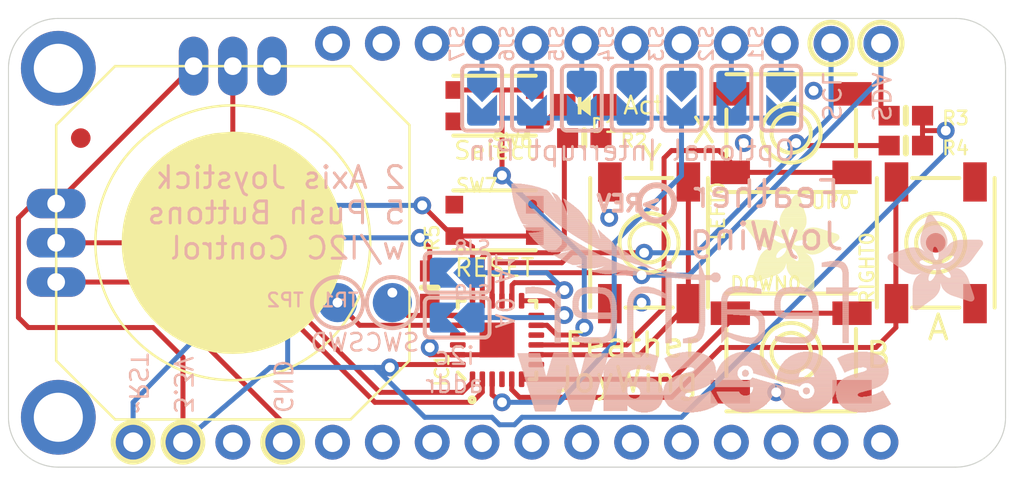
<source format=kicad_pcb>
(kicad_pcb (version 20211014) (generator pcbnew)
  (layers (0 "F.Cu" signal) (1 "In1.Cu" signal) (2 "In2.Cu" signal) (3 "In3.Cu" signal) (4 "In4.Cu" signal) (5 "In5.Cu" signal) (6 "In6.Cu" signal) (7 "In7.Cu" signal) (8 "In8.Cu" signal) (9 "In9.Cu" signal) (10 "In10.Cu" signal) (11 "In11.Cu" signal) (12 "In12.Cu" signal) (13 "In13.Cu" signal) (14 "In14.Cu" signal) (31 "B.Cu" signal) (34 "B.Paste" user) (35 "F.Paste" user) (36 "B.SilkS" user "B.Silkscreen") (37 "F.SilkS" user "F.Silkscreen") (38 "B.Mask" user) (39 "F.Mask" user) (44 "Edge.Cuts" user))
  (net 0 "")
  (net 1 "GND")
  (net 2 "3.3V")
  (net 3 "SWDIO")
  (net 4 "SWCLK")
  (net 5 "~{RESET}")
  (net 6 "PA02_A0")
  (net 7 "PA03_A1")
  (net 8 "PA04_A2")
  (net 9 "PA05_A3")
  (net 10 "PA06_A4")
  (net 11 "PA07_A5")
  (net 12 "PA09_XOSC")
  (net 13 "PA10_A18")
  (net 14 "PA11_A19")
  (net 15 "PA14")
  (net 16 "PA15")
  (net 17 "PA16_D16")
  (net 18 "PA17_D17")
  (net 19 "PA22_SDA")
  (net 20 "PA23_SCL")
  (net 21 "PA24_D-")
  (net 22 "PA25_D+")
  (net 23 "PA08_XOSC")
  (net 24 "N$1")
  (net 25 "N$2")
  (net 26 "N$3")
  (net 27 "N$4")
  (net 28 "N$6")
  (net 29 "N$7")
  (net 30 "N$8")
  (net 31 "N$5")
  (net 32 "N$9")
  (footprint "boardEagle:QFN24_4MM" (layer "F.Cu") (at 147.9931 109.9566 90)
    (fp_text reference "IC1" (at -2.45 -2.8 90) (layer "F.SilkS") (effects (font (size 0.692831 0.692831) (thickness 0.119969)) (justify left)))
    (fp_text value "ATSAMD09D14A-MU")
    (pad "1" smd roundrect (at -2 -1.25 270) (size 0.8 0.28) (layers "F.Cu" "F.Paste" "F.Mask") (net 6 "PA02_A0"))
    (pad "2" smd roundrect (at -2 -0.75 270) (size 0.8 0.28) (layers "F.Cu" "F.Paste" "F.Mask") (net 7 "PA03_A1"))
    (pad "3" smd roundrect (at -2 -0.25 270) (size 0.8 0.28) (layers "F.Cu" "F.Paste" "F.Mask") (net 8 "PA04_A2"))
    (pad "4" smd roundrect (at -2 0.25 270) (size 0.8 0.28) (layers "F.Cu" "F.Paste" "F.Mask") (net 9 "PA05_A3"))
    (pad "5" smd roundrect (at -2 0.75 270) (size 0.8 0.28) (layers "F.Cu" "F.Paste" "F.Mask") (net 10 "PA06_A4"))
    (pad "6" smd roundrect (at -2 1.25 270) (size 0.8 0.28) (layers "F.Cu" "F.Paste" "F.Mask") (net 11 "PA07_A5"))
    (pad "7" smd roundrect (at -1.25 2 180) (size 0.8 0.28) (layers "F.Cu" "F.Paste" "F.Mask") (net 23 "PA08_XOSC"))
    (pad "8" smd roundrect (at -0.75 2 180) (size 0.8 0.28) (layers "F.Cu" "F.Paste" "F.Mask") (net 12 "PA09_XOSC"))
    (pad "9" smd roundrect (at -0.25 2 180) (size 0.8 0.28) (layers "F.Cu" "F.Paste" "F.Mask") (net 13 "PA10_A18"))
    (pad "10" smd roundrect (at 0.25 2 180) (size 0.8 0.28) (layers "F.Cu" "F.Paste" "F.Mask") (net 14 "PA11_A19"))
    (pad "11" smd roundrect (at 0.75 2 180) (size 0.8 0.28) (layers "F.Cu" "F.Paste" "F.Mask") (net 15 "PA14"))
    (pad "12" smd roundrect (at 1.25 2 180) (size 0.8 0.28) (layers "F.Cu" "F.Paste" "F.Mask") (net 16 "PA15"))
    (pad "13" smd roundrect (at 2 1.25 90) (size 0.8 0.28) (layers "F.Cu" "F.Paste" "F.Mask") (net 17 "PA16_D16"))
    (pad "14" smd roundrect (at 2 0.75 90) (size 0.8 0.28) (layers "F.Cu" "F.Paste" "F.Mask") (net 18 "PA17_D17"))
    (pad "15" smd roundrect (at 2 0.25 90) (size 0.8 0.28) (layers "F.Cu" "F.Paste" "F.Mask") (net 19 "PA22_SDA"))
    (pad "16" smd roundrect (at 2 -0.25 90) (size 0.8 0.28) (layers "F.Cu" "F.Paste" "F.Mask") (net 20 "PA23_SCL"))
    (pad "17" smd roundrect (at 2 -0.75 90) (size 0.8 0.28) (layers "F.Cu" "F.Paste" "F.Mask") (net 31 "N$5"))
    (pad "18" smd roundrect (at 2 -1.25 90) (size 0.8 0.28) (layers "F.Cu" "F.Paste" "F.Mask") (net 5 "~{RESET}"))
    (pad "19" smd roundrect (at 1.25 -2) (size 0.8 0.28) (layers "F.Cu" "F.Paste" "F.Mask") (net 4 "SWCLK"))
    (pad "20" smd roundrect (at 0.75 -2) (size 0.8 0.28) (layers "F.Cu" "F.Paste" "F.Mask") (net 3 "SWDIO"))
    (pad "21" smd roundrect (at 0.25 -2) (size 0.8 0.28) (layers "F.Cu" "F.Paste" "F.Mask") (net 21 "PA24_D-"))
    (pad "22" smd roundrect (at -0.25 -2) (size 0.8 0.28) (layers "F.Cu" "F.Paste" "F.Mask") (net 22 "PA25_D+"))
    (pad "23" smd roundrect (at -0.75 -2) (size 0.8 0.28) (layers "F.Cu" "F.Paste" "F.Mask") (net 1 "GND"))
    (pad "24" smd roundrect (at -1.25 -2) (size 0.8 0.28) (layers "F.Cu" "F.Paste" "F.Mask") (net 2 "3.3V"))
    (pad "THERM" smd rect (at 0 0 90) (size 1.778 1.778) (layers "F.Cu" "F.Mask") (net 1 "GND"))
  )
  (footprint "boardEagle:BTN_KMR2_4.6X2.8" (layer "F.Cu") (at 147.8661 98.0186 180)
    (fp_text reference "SW6" (at -2.032 -1.778) (layer "F.SilkS") (effects (font (size 0.692831 0.692831) (thickness 0.119969)) (justify right)))
    (fp_text value "KMR2")
    (pad "A" smd rect (at 2.05 -0.8 180) (size 0.9 0.9) (layers "F.Cu" "F.Paste" "F.Mask") (net 1 "GND"))
    (pad "A'" smd rect (at -2.05 -0.8 180) (size 0.9 0.9) (layers "F.Cu" "F.Paste" "F.Mask") (net 1 "GND"))
    (pad "B" smd rect (at 2.05 0.8 180) (size 0.9 0.9) (layers "F.Cu" "F.Paste" "F.Mask") (net 15 "PA14"))
    (pad "B'" smd rect (at -2.05 0.8 180) (size 0.9 0.9) (layers "F.Cu" "F.Paste" "F.Mask") (net 15 "PA14"))
  )
  (footprint "boardEagle:0603-NO" (layer "F.Cu") (at 168.8211 100.0506)
    (fp_text reference "R4" (at 1.778 0.127) (layer "F.SilkS") (effects (font (size 0.692831 0.692831) (thickness 0.119969)) (justify left)))
    (fp_text value "10k")
    (pad "1" smd rect (at -0.85 0) (size 1.075 1) (layers "F.Cu" "F.Paste" "F.Mask") (net 20 "PA23_SCL"))
    (pad "2" smd rect (at 0.85 0) (size 1.075 1) (layers "F.Cu" "F.Paste" "F.Mask") (net 2 "3.3V"))
  )
  (footprint "boardEagle:ADAFRUIT_5MM" (layer "F.Cu") (at 160.5661 107.4166)
    (fp_text reference "U$9" hide)
    (fp_text value "" hide)
  )
  (footprint "boardEagle:EVQ-Q2_SMALLER" (layer "F.Cu") (at 162.9791 99.4156 180)
    (fp_text reference "UP0" (at -3.175 -3.5) (layer "F.SilkS") (effects (font (size 0.692831 0.692831) (thickness 0.119969)) (justify right)))
    (fp_text value "6mm")
    (pad "A" smd rect (at -3.1 2 180) (size 2 1.2) (layers "F.Cu" "F.Paste" "F.Mask") (net 1 "GND"))
    (pad "A'" smd rect (at 3.1 2 180) (size 2 1.2) (layers "F.Cu" "F.Paste" "F.Mask") (net 1 "GND"))
    (pad "B" smd rect (at -3.1 -2 180) (size 2 1.2) (layers "F.Cu" "F.Paste" "F.Mask") (net 13 "PA10_A18"))
    (pad "B'" smd rect (at 3.1 -2 180) (size 2 1.2) (layers "F.Cu" "F.Paste" "F.Mask") (net 13 "PA10_A18"))
  )
  (footprint "boardEagle:EVQ-Q2_SMALLER" (layer "F.Cu") (at 162.9791 110.5916)
    (fp_text reference "DOWN0" (at -3.175 -3.5) (layer "F.SilkS") (effects (font (size 0.692831 0.692831) (thickness 0.119969)) (justify left)))
    (fp_text value "6mm")
    (pad "A" smd rect (at -3.1 2) (size 2 1.2) (layers "F.Cu" "F.Paste" "F.Mask") (net 1 "GND"))
    (pad "A'" smd rect (at 3.1 2) (size 2 1.2) (layers "F.Cu" "F.Paste" "F.Mask") (net 1 "GND"))
    (pad "B" smd rect (at -3.1 -2) (size 2 1.2) (layers "F.Cu" "F.Paste" "F.Mask") (net 11 "PA07_A5"))
    (pad "B'" smd rect (at 3.1 -2) (size 2 1.2) (layers "F.Cu" "F.Paste" "F.Mask") (net 11 "PA07_A5"))
  )
  (footprint "boardEagle:EVQ-Q2_SMALLER" (layer "F.Cu") (at 170.3451 105.0036 90)
    (fp_text reference "RIGHT0" (at -3.175 -3.5 90) (layer "F.SilkS") (effects (font (size 0.692831 0.692831) (thickness 0.119969)) (justify left)))
    (fp_text value "6mm")
    (pad "A" smd rect (at -3.1 2 90) (size 2 1.2) (layers "F.Cu" "F.Paste" "F.Mask") (net 1 "GND"))
    (pad "A'" smd rect (at 3.1 2 90) (size 2 1.2) (layers "F.Cu" "F.Paste" "F.Mask") (net 1 "GND"))
    (pad "B" smd rect (at -3.1 -2 90) (size 2 1.2) (layers "F.Cu" "F.Paste" "F.Mask") (net 10 "PA06_A4"))
    (pad "B'" smd rect (at 3.1 -2 90) (size 2 1.2) (layers "F.Cu" "F.Paste" "F.Mask") (net 10 "PA06_A4"))
  )
  (footprint "boardEagle:FEATHERWING" (layer "F.Cu") (at 123.1011 116.4336)
    (fp_text reference "MS1" hide)
    (fp_text value "FEATHERWING" hide)
    (fp_line (start 2.54 0) (end 48.26 0) (layer "Edge.Cuts") (width 0.05))
    (fp_line (start 0 -20.32) (end 0 -2.54) (layer "Edge.Cuts") (width 0.05))
    (fp_line (start 48.26 -22.86) (end 2.54 -22.86) (layer "Edge.Cuts") (width 0.05))
    (fp_line (start 50.8 -2.54) (end 50.8 -20.32) (layer "Edge.Cuts") (width 0.05))
    (fp_arc (start 48.26 -22.86) (mid 50.056051 -22.116051) (end 50.8 -20.32) (layer "Edge.Cuts") (width 0.05))
    (fp_arc (start 50.8 -2.54) (mid 50.056051 -0.743949) (end 48.26 0) (layer "Edge.Cuts") (width 0.05))
    (fp_arc (start 2.54 0) (mid 0.743949 -0.743949) (end 0 -2.54) (layer "Edge.Cuts") (width 0.05))
    (fp_arc (start 0 -20.32) (mid 0.743949 -22.116051) (end 2.54 -22.86) (layer "Edge.Cuts") (width 0.05))
    (pad "" np_thru_hole circle (at 48.26 -20.32) (size 2.54 2.54) (drill 2.54) (layers *.Cu *.Mask))
    (pad "" np_thru_hole circle (at 48.26 -2.54) (size 2.54 2.54) (drill 2.54) (layers *.Cu *.Mask))
    (pad "1" thru_hole circle (at 6.35 -1.27) (size 1.778 1.778) (drill 1) (layers *.Cu *.Mask) (net 5 "~{RESET}"))
    (pad "2" thru_hole circle (at 8.89 -1.27) (size 1.778 1.778) (drill 1) (layers *.Cu *.Mask) (net 2 "3.3V"))
    (pad "3" thru_hole circle (at 11.43 -1.27) (size 1.778 1.778) (drill 1) (layers *.Cu *.Mask))
    (pad "4" thru_hole circle (at 13.97 -1.27) (size 1.778 1.778) (drill 1) (layers *.Cu *.Mask) (net 1 "GND"))
    (pad "5" thru_hole circle (at 16.51 -1.27) (size 1.778 1.778) (drill 1) (layers *.Cu *.Mask))
    (pad "6" thru_hole circle (at 19.05 -1.27) (size 1.778 1.778) (drill 1) (layers *.Cu *.Mask))
    (pad "7" thru_hole circle (at 21.59 -1.27) (size 1.778 1.778) (drill 1) (layers *.Cu *.Mask))
    (pad "8" thru_hole circle (at 24.13 -1.27) (size 1.778 1.778) (drill 1) (layers *.Cu *.Mask))
    (pad "9" thru_hole circle (at 26.67 -1.27) (size 1.778 1.778) (drill 1) (layers *.Cu *.Mask))
    (pad "10" thru_hole circle (at 29.21 -1.27) (size 1.778 1.778) (drill 1) (layers *.Cu *.Mask))
    (pad "11" thru_hole circle (at 31.75 -1.27) (size 1.778 1.778) (drill 1) (layers *.Cu *.Mask))
    (pad "12" thru_hole circle (at 34.29 -1.27) (size 1.778 1.778) (drill 1) (layers *.Cu *.Mask))
    (pad "13" thru_hole circle (at 36.83 -1.27) (size 1.778 1.778) (drill 1) (layers *.Cu *.Mask))
    (pad "14" thru_hole circle (at 39.37 -1.27) (size 1.778 1.778) (drill 1) (layers *.Cu *.Mask))
    (pad "15" thru_hole circle (at 41.91 -1.27) (size 1.778 1.778) (drill 1) (layers *.Cu *.Mask))
    (pad "16" thru_hole circle (at 44.45 -1.27) (size 1.778 1.778) (drill 1) (layers *.Cu *.Mask))
    (pad "17" thru_hole circle (at 44.45 -21.59) (size 1.778 1.778) (drill 1) (layers *.Cu *.Mask) (net 19 "PA22_SDA"))
    (pad "18" thru_hole circle (at 41.91 -21.59) (size 1.778 1.778) (drill 1) (layers *.Cu *.Mask) (net 20 "PA23_SCL"))
    (pad "19" thru_hole circle (at 39.37 -21.59) (size 1.778 1.778) (drill 1) (layers *.Cu *.Mask) (net 24 "N$1"))
    (pad "20" thru_hole circle (at 36.83 -21.59) (size 1.778 1.778) (drill 1) (layers *.Cu *.Mask) (net 25 "N$2"))
    (pad "21" thru_hole circle (at 34.29 -21.59) (size 1.778 1.778) (drill 1) (layers *.Cu *.Mask) (net 26 "N$3"))
    (pad "22" thru_hole circle (at 31.75 -21.59) (size 1.778 1.778) (drill 1) (layers *.Cu *.Mask) (net 27 "N$4"))
    (pad "23" thru_hole circle (at 29.21 -21.59) (size 1.778 1.778) (drill 1) (layers *.Cu *.Mask) (net 28 "N$6"))
    (pad "24" thru_hole circle (at 26.67 -21.59) (size 1.778 1.778) (drill 1) (layers *.Cu *.Mask) (net 29 "N$7"))
    (pad "25" thru_hole circle (at 24.13 -21.59) (size 1.778 1.778) (drill 1) (layers *.Cu *.Mask) (net 30 "N$8"))
    (pad "26" thru_hole circle (at 21.59 -21.59) (size 1.778 1.778) (drill 1) (layers *.Cu *.Mask))
    (pad "27" thru_hole circle (at 19.05 -21.59) (size 1.778 1.778) (drill 1) (layers *.Cu *.Mask))
    (pad "28" thru_hole circle (at 16.51 -21.59) (size 1.778 1.778) (drill 1) (layers *.Cu *.Mask))
    (pad "P$1" thru_hole circle (at 2.54 -20.32) (size 3.81 3.81) (drill 2.5) (layers *.Cu *.Mask))
    (pad "P$2" thru_hole circle (at 2.54 -2.54) (size 3.81 3.81) (drill 2.5) (layers *.Cu *.Mask))
  )
  (footprint "boardEagle:EVQ-Q2_SMALLER" (layer "F.Cu") (at 155.7401 105.0036 -90)
    (fp_text reference "LEFT0" (at -3.175 -3.5 90) (layer "F.SilkS") (effects (font (size 0.692831 0.692831) (thickness 0.119969)) (justify right)))
    (fp_text value "6mm")
    (pad "A" smd rect (at -3.1 2 270) (size 2 1.2) (layers "F.Cu" "F.Paste" "F.Mask") (net 1 "GND"))
    (pad "A'" smd rect (at 3.1 2 270) (size 2 1.2) (layers "F.Cu" "F.Paste" "F.Mask") (net 1 "GND"))
    (pad "B" smd rect (at -3.1 -2 270) (size 2 1.2) (layers "F.Cu" "F.Paste" "F.Mask") (net 12 "PA09_XOSC"))
    (pad "B'" smd rect (at 3.1 -2 270) (size 2 1.2) (layers "F.Cu" "F.Paste" "F.Mask") (net 12 "PA09_XOSC"))
  )
  (footprint "boardEagle:CHIPLED_0805_NOOUTLINE" (layer "F.Cu") (at 152.4381 98.0186 90)
    (fp_text reference "D1" (at -1.016 1.778) (layer "F.SilkS") (effects (font (size 0.692831 0.692831) (thickness 0.119969)) (justify right)))
    (fp_text value "RED")
    (pad "A" smd rect (at 0 1.05 90) (size 1.2 1.2) (layers "F.Cu" "F.Paste" "F.Mask") (net 32 "N$9"))
    (pad "C" smd rect (at 0 -1.05 90) (size 1.2 1.2) (layers "F.Cu" "F.Paste" "F.Mask") (net 1 "GND"))
  )
  (footprint "boardEagle:0603-NO" (layer "F.Cu") (at 144.5641 107.2896 90)
    (fp_text reference "R5" (at 1.778 0.127 90) (layer "F.SilkS") (effects (font (size 0.692831 0.692831) (thickness 0.119969)) (justify left)))
    (fp_text value "1k")
    (pad "1" smd rect (at -0.85 0 90) (size 1.075 1) (layers "F.Cu" "F.Paste" "F.Mask") (net 4 "SWCLK"))
    (pad "2" smd rect (at 0.85 0 90) (size 1.075 1) (layers "F.Cu" "F.Paste" "F.Mask") (net 2 "3.3V"))
  )
  (footprint "boardEagle:JOYSTICK_ANALOG_MINITHM" (layer "F.Cu") (at 134.5311 105.0036 90)
    (fp_text reference "JOY1" hide)
    (fp_text value "JOYSTICK_ANALOG_XY" hide)
    (pad "" np_thru_hole circle (at 6 6 90) (size 1.6 1.6) (drill 1.6) (layers *.Cu *.Mask))
    (pad "" np_thru_hole circle (at -6 -6 90) (size 1.6 1.6) (drill 1.6) (layers *.Cu *.Mask))
    (pad "X" thru_hole oval (at 0 -9 180) (size 3 1.5) (drill 0.9) (layers *.Cu *.Mask) (net 7 "PA03_A1"))
    (pad "X+" thru_hole oval (at 2 -9 180) (size 3 1.5) (drill 0.9) (layers *.Cu *.Mask) (net 2 "3.3V"))
    (pad "X-" thru_hole oval (at -2 -9 180) (size 3 1.5) (drill 0.9) (layers *.Cu *.Mask) (net 1 "GND"))
    (pad "Y" thru_hole oval (at 9 0 90) (size 3 1.5) (drill 0.9) (layers *.Cu *.Mask) (net 6 "PA02_A0"))
    (pad "Y+" thru_hole oval (at 9 -2 90) (size 3 1.5) (drill 0.9) (layers *.Cu *.Mask) (net 2 "3.3V"))
    (pad "Y-" thru_hole oval (at 9 2 90) (size 3 1.5) (drill 0.9) (layers *.Cu *.Mask) (net 1 "GND"))
  )
  (footprint "boardEagle:FIDUCIAL_1MM" (layer "F.Cu") (at 126.7841 99.6696)
    (fp_text reference "FID1" hide)
    (fp_text value "FIDUCIAL_1MM" hide)
    (pad "1" smd roundrect (at 0 0) (size 1 1) (layers "F.Cu" "F.Mask") (roundrect_rratio 0.5))
  )
  (footprint "boardEagle:0603-NO" (layer "F.Cu") (at 152.4381 99.6696)
    (fp_text reference "R2" (at 1.778 0.127) (layer "F.SilkS") (effects (font (size 0.692831 0.692831) (thickness 0.119969)) (justify left)))
    (fp_text value "1k")
    (pad "1" smd rect (at -0.85 0) (size 1.075 1) (layers "F.Cu" "F.Paste" "F.Mask") (net 31 "N$5"))
    (pad "2" smd rect (at 0.85 0) (size 1.075 1) (layers "F.Cu" "F.Paste" "F.Mask") (net 32 "N$9"))
  )
  (footprint "boardEagle:0603-NO" (layer "F.Cu") (at 168.8211 98.5266)
    (fp_text reference "R3" (at 1.778 0.127) (layer "F.SilkS") (effects (font (size 0.692831 0.692831) (thickness 0.119969)) (justify left)))
    (fp_text value "10K")
    (pad "1" smd rect (at -0.85 0) (size 1.075 1) (layers "F.Cu" "F.Paste" "F.Mask") (net 19 "PA22_SDA"))
    (pad "2" smd rect (at 0.85 0) (size 1.075 1) (layers "F.Cu" "F.Paste" "F.Mask") (net 2 "3.3V"))
  )
  (footprint "boardEagle:BTN_KMR2_4.6X2.8" (layer "F.Cu") (at 147.8661 103.8606)
    (fp_text reference "SW7" (at -2.032 -1.778) (layer "F.SilkS") (effects (font (size 0.692831 0.692831) (thickness 0.119969)) (justify left)))
    (fp_text value "KMR2")
    (pad "A" smd rect (at 2.05 -0.8) (size 0.9 0.9) (layers "F.Cu" "F.Paste" "F.Mask") (net 1 "GND"))
    (pad "A'" smd rect (at -2.05 -0.8) (size 0.9 0.9) (layers "F.Cu" "F.Paste" "F.Mask") (net 1 "GND"))
    (pad "B" smd rect (at 2.05 0.8) (size 0.9 0.9) (layers "F.Cu" "F.Paste" "F.Mask") (net 5 "~{RESET}"))
    (pad "B'" smd rect (at -2.05 0.8) (size 0.9 0.9) (layers "F.Cu" "F.Paste" "F.Mask") (net 5 "~{RESET}"))
  )
  (footprint "boardEagle:FIDUCIAL_1MM" (layer "F.Cu") (at 170.3451 105.0036)
    (fp_text reference "FID2" hide)
    (fp_text value "FIDUCIAL_1MM" hide)
    (pad "1" smd roundrect (at 0 0) (size 1 1) (layers "F.Cu" "F.Mask") (roundrect_rratio 0.5))
  )
  (footprint "boardEagle:PCBFEAT-REV-040" (layer "B.Cu") (at 156.1211 102.9716 180)
    (fp_text reference "U$7" hide)
    (fp_text value "" hide)
    (fp_text user ">REV" (at -0.3556 -0.508) (layer "B.SilkS") (effects (font (size 0.8128 0.8128) (thickness 0.2032)) (justify left bottom mirror)))
  )
  (footprint "boardEagle:SEESAW_LOGO" (layer "B.Cu") (at 168.0591 113.6396 180)
    (fp_text reference "U$12" hide)
    (fp_text value "" hide)
  )
  (footprint "boardEagle:SOLDERJUMPER_ARROW_NOPASTE" (layer "B.Cu") (at 147.2311 97.6376 -90)
    (fp_text reference "SJ7" (at -1.778 1.27 -270) (layer "B.SilkS") (effects (font (size 0.692831 0.692831) (thickness 0.119969)) (justify right mirror)))
    (fp_text value "")
    (fp_poly (pts (xy 0.201021 0) (xy -0.560979 -0.762) (xy -1.1684 -0.762) (xy -1.1684 0.762) (xy -0.560979 0.762)) (layer "B.Cu") (width 0) (fill solid))
    (fp_poly (pts (xy 1.1684 -0.762) (xy -0.186831 -0.762) (xy 0.548892 0) (xy -0.186831 0.762) (xy 1.1684 0.762)) (layer "B.Cu") (width 0) (fill solid))
    (pad "1" smd roundrect (at -1.016 0 270) (size 0.762 1.524) (layers "B.Cu") (net 30 "N$8"))
    (pad "2" smd roundrect (at 1.016 0 270) (size 0.762 1.524) (layers "B.Cu") (net 8 "PA04_A2"))
  )
  (footprint "boardEagle:SOLDERJUMPER_ARROW_NOPASTE" (layer "B.Cu") (at 145.9611 106.5276 180)
    (fp_text reference "SJ8" (at -1.778 1.27) (layer "B.SilkS") (effects (font (size 0.692831 0.692831) (thickness 0.119969)) (justify left mirror)))
    (fp_text value "")
    (fp_poly (pts (xy 1.1684 -0.762) (xy -0.186831 -0.762) (xy 0.548892 0) (xy -0.186831 0.762) (xy 1.1684 0.762)) (layer "B.Cu") (width 0) (fill solid))
    (fp_poly (pts (xy 0.201021 0) (xy -0.560979 -0.762) (xy -1.1684 -0.762) (xy -1.1684 0.762) (xy -0.560979 0.762)) (layer "B.Cu") (width 0) (fill solid))
    (pad "1" smd roundrect (at -1.016 0 180) (size 0.762 1.524) (layers "B.Cu") (net 18 "PA17_D17"))
    (pad "2" smd roundrect (at 1.016 0 180) (size 0.762 1.524) (layers "B.Cu") (net 1 "GND"))
  )
  (footprint "boardEagle:SOLDERJUMPER_ARROW_NOPASTE" (layer "B.Cu") (at 159.9311 97.6376 -90)
    (fp_text reference "SJ2" (at -1.778 1.27 -270) (layer "B.SilkS") (effects (font (size 0.692831 0.692831) (thickness 0.119969)) (justify right mirror)))
    (fp_text value "")
    (fp_poly (pts (xy 1.1684 -0.762) (xy -0.186831 -0.762) (xy 0.548892 0) (xy -0.186831 0.762) (xy 1.1684 0.762)) (layer "B.Cu") (width 0) (fill solid))
    (fp_poly (pts (xy 0.201021 0) (xy -0.560979 -0.762) (xy -1.1684 -0.762) (xy -1.1684 0.762) (xy -0.560979 0.762)) (layer "B.Cu") (width 0) (fill solid))
    (pad "1" smd roundrect (at -1.016 0 270) (size 0.762 1.524) (layers "B.Cu") (net 25 "N$2"))
    (pad "2" smd roundrect (at 1.016 0 270) (size 0.762 1.524) (layers "B.Cu") (net 8 "PA04_A2"))
  )
  (footprint "boardEagle:FEATHERLOGO_MED" (layer "B.Cu") (at 166.5351 110.2106 180)
    (fp_text reference "U$10" hide)
    (fp_text value "" hide)
  )
  (footprint "boardEagle:SOLDERJUMPER_ARROW_NOPASTE" (layer "B.Cu") (at 149.7711 97.6376 -90)
    (fp_text reference "SJ6" (at -1.778 1.27 -270) (layer "B.SilkS") (effects (font (size 0.692831 0.692831) (thickness 0.119969)) (justify right mirror)))
    (fp_text value "")
    (fp_poly (pts (xy 0.201021 0) (xy -0.560979 -0.762) (xy -1.1684 -0.762) (xy -1.1684 0.762) (xy -0.560979 0.762)) (layer "B.Cu") (width 0) (fill solid))
    (fp_poly (pts (xy 1.1684 -0.762) (xy -0.186831 -0.762) (xy 0.548892 0) (xy -0.186831 0.762) (xy 1.1684 0.762)) (layer "B.Cu") (width 0) (fill solid))
    (pad "1" smd roundrect (at -1.016 0 270) (size 0.762 1.524) (layers "B.Cu") (net 29 "N$7"))
    (pad "2" smd roundrect (at 1.016 0 270) (size 0.762 1.524) (layers "B.Cu") (net 8 "PA04_A2"))
  )
  (footprint "boardEagle:TESTPOINT_ROUND_2MM" (layer "B.Cu") (at 139.8651 108.0516 180)
    (fp_text reference "TP2" (at 1.651 0.127) (layer "B.SilkS") (effects (font (size 0.692831 0.692831) (thickness 0.119969)) (justify left mirror)))
    (fp_text value "")
    (pad "P$1" smd roundrect (at 0 0 180) (size 2 2) (layers "B.Cu" "B.Mask") (roundrect_rratio 0.5) (net 3 "SWDIO"))
  )
  (footprint "boardEagle:SOLDERJUMPER_ARROW_NOPASTE" (layer "B.Cu") (at 145.9611 108.8136 180)
    (fp_text reference "SJ9" (at -1.778 1.27) (layer "B.SilkS") (effects (font (size 0.692831 0.692831) (thickness 0.119969)) (justify left mirror)))
    (fp_text value "")
    (fp_poly (pts (xy 0.201021 0) (xy -0.560979 -0.762) (xy -1.1684 -0.762) (xy -1.1684 0.762) (xy -0.560979 0.762)) (layer "B.Cu") (width 0) (fill solid))
    (fp_poly (pts (xy 1.1684 -0.762) (xy -0.186831 -0.762) (xy 0.548892 0) (xy -0.186831 0.762) (xy 1.1684 0.762)) (layer "B.Cu") (width 0) (fill solid))
    (pad "1" smd roundrect (at -1.016 0 180) (size 0.762 1.524) (layers "B.Cu") (net 17 "PA16_D16"))
    (pad "2" smd roundrect (at 1.016 0 180) (size 0.762 1.524) (layers "B.Cu") (net 1 "GND"))
  )
  (footprint "boardEagle:TESTPOINT_ROUND_2MM" (layer "B.Cu") (at 142.6591 108.0516 180)
    (fp_text reference "TP1" (at 1.651 0.127) (layer "B.SilkS") (effects (font (size 0.692831 0.692831) (thickness 0.119969)) (justify left mirror)))
    (fp_text value "")
    (pad "P$1" smd roundrect (at 0 0 180) (size 2 2) (layers "B.Cu" "B.Mask") (roundrect_rratio 0.5) (net 4 "SWCLK"))
  )
  (footprint "boardEagle:SOLDERJUMPER_ARROW_NOPASTE" (layer "B.Cu") (at 162.4711 97.6376 -90)
    (fp_text reference "SJ1" (at -1.778 1.27 -270) (layer "B.SilkS") (effects (font (size 0.692831 0.692831) (thickness 0.119969)) (justify right mirror)))
    (fp_text value "")
    (fp_poly (pts (xy 1.1684 -0.762) (xy -0.186831 -0.762) (xy 0.548892 0) (xy -0.186831 0.762) (xy 1.1684 0.762)) (layer "B.Cu") (width 0) (fill solid))
    (fp_poly (pts (xy 0.201021 0) (xy -0.560979 -0.762) (xy -1.1684 -0.762) (xy -1.1684 0.762) (xy -0.560979 0.762)) (layer "B.Cu") (width 0) (fill solid))
    (pad "1" smd roundrect (at -1.016 0 270) (size 0.762 1.524) (layers "B.Cu") (net 24 "N$1"))
    (pad "2" smd roundrect (at 1.016 0 270) (size 0.762 1.524) (layers "B.Cu") (net 8 "PA04_A2"))
  )
  (footprint "boardEagle:ADAFRUIT_5MM" (layer "B.Cu") (at 172.7581 108.4326 180)
    (fp_text reference "U$11" hide)
    (fp_text value "" hide)
  )
  (footprint "boardEagle:SOLDERJUMPER_ARROW_NOPASTE" (layer "B.Cu") (at 157.3911 97.6376 -90)
    (fp_text reference "SJ3" (at -1.778 1.27 -270) (layer "B.SilkS") (effects (font (size 0.692831 0.692831) (thickness 0.119969)) (justify right mirror)))
    (fp_text value "")
    (fp_poly (pts (xy 1.1684 -0.762) (xy -0.186831 -0.762) (xy 0.548892 0) (xy -0.186831 0.762) (xy 1.1684 0.762)) (layer "B.Cu") (width 0) (fill solid))
    (fp_poly (pts (xy 0.201021 0) (xy -0.560979 -0.762) (xy -1.1684 -0.762) (xy -1.1684 0.762) (xy -0.560979 0.762)) (layer "B.Cu") (width 0) (fill solid))
    (pad "1" smd roundrect (at -1.016 0 270) (size 0.762 1.524) (layers "B.Cu") (net 26 "N$3"))
    (pad "2" smd roundrect (at 1.016 0 270) (size 0.762 1.524) (layers "B.Cu") (net 8 "PA04_A2"))
  )
  (footprint "boardEagle:SOLDERJUMPER_ARROW_NOPASTE" (layer "B.Cu") (at 154.8511 97.6376 -90)
    (fp_text reference "SJ4" (at -1.778 1.27 -270) (layer "B.SilkS") (effects (font (size 0.692831 0.692831) (thickness 0.119969)) (justify right mirror)))
    (fp_text value "")
    (fp_poly (pts (xy 0.201021 0) (xy -0.560979 -0.762) (xy -1.1684 -0.762) (xy -1.1684 0.762) (xy -0.560979 0.762)) (layer "B.Cu") (width 0) (fill solid))
    (fp_poly (pts (xy 1.1684 -0.762) (xy -0.186831 -0.762) (xy 0.548892 0) (xy -0.186831 0.762) (xy 1.1684 0.762)) (layer "B.Cu") (width 0) (fill solid))
    (pad "1" smd roundrect (at -1.016 0 270) (size 0.762 1.524) (layers "B.Cu") (net 27 "N$4"))
    (pad "2" smd roundrect (at 1.016 0 270) (size 0.762 1.524) (layers "B.Cu") (net 8 "PA04_A2"))
  )
  (footprint "boardEagle:SOLDERJUMPER_ARROW_NOPASTE" (layer "B.Cu") (at 152.3111 97.6376 -90)
    (fp_text reference "SJ5" (at -1.778 1.27 -270) (layer "B.SilkS") (effects (font (size 0.692831 0.692831) (thickness 0.119969)) (justify right mirror)))
    (fp_text value "")
    (fp_poly (pts (xy 1.1684 -0.762) (xy -0.186831 -0.762) (xy 0.548892 0) (xy -0.186831 0.762) (xy 1.1684 0.762)) (layer "B.Cu") (width 0) (fill solid))
    (fp_poly (pts (xy 0.201021 0) (xy -0.560979 -0.762) (xy -1.1684 -0.762) (xy -1.1684 0.762) (xy -0.560979 0.762)) (layer "B.Cu") (width 0) (fill solid))
    (pad "1" smd roundrect (at -1.016 0 270) (size 0.762 1.524) (layers "B.Cu") (net 28 "N$6"))
    (pad "2" smd roundrect (at 1.016 0 270) (size 0.762 1.524) (layers "B.Cu") (net 8 "PA04_A2"))
  )
  (gr_circle (center 129.4511 115.1636) (end 130.4671 115.1636) (layer "F.SilkS") (width 0.254) (fill none))
  (gr_circle (center 131.9911 115.1636) (end 133.0071 115.1636) (layer "F.SilkS") (width 0.254) (fill none))
  (gr_circle (center 167.5511 94.8436) (end 168.628728 94.8436) (layer "F.SilkS") (width 0.254) (fill none))
  (gr_circle (center 137.0711 115.1636) (end 138.0871 115.1636) (layer "F.SilkS") (width 0.254) (fill none))
  (gr_circle (center 165.0111 94.8436) (end 166.088728 94.8436) (layer "F.SilkS") (width 0.254) (fill none))
  (gr_line (start 125.6411 93.5736) (end 171.3611 93.5736) (layer "Edge.Cuts") (width 0.05))
  (gr_line (start 171.3611 116.4336) (end 125.6411 116.4336) (layer "Edge.Cuts") (width 0.05))
  (gr_line (start 123.1011 113.8936) (end 123.1011 96.1136) (layer "Edge.Cuts") (width 0.05))
  (gr_arc (start 123.1011 96.1136) (mid 123.845049 94.317549) (end 125.6411 93.5736) (layer "Edge.Cuts") (width 0.05))
  (gr_arc (start 173.9011 113.8936) (mid 173.157151 115.689651) (end 171.3611 116.4336) (layer "Edge.Cuts") (width 0.05))
  (gr_line (start 173.9011 96.1136) (end 173.9011 113.8936) (layer "Edge.Cuts") (width 0.05))
  (gr_arc (start 171.3611 93.5736) (mid 173.157151 94.317549) (end 173.9011 96.1136) (layer "Edge.Cuts") (width 0.05))
  (gr_arc (start 125.6411 116.4336) (mid 123.845049 115.689651) (end 123.1011 113.8936) (layer "Edge.Cuts") (width 0.05))
  (gr_text "GND" (at 137.0711 113.7666 -90) (layer "B.SilkS") (effects (font (size 0.89408 0.89408) (thickness 0.12192)) (justify left mirror)))
  (gr_text "SWD" (at 139.8651 110.0836) (layer "B.SilkS") (effects (font (size 0.89408 0.89408) (thickness 0.12192)) (justify mirror)))
  (gr_text "SCL" (at 165.0111 96.2406 -90) (layer "B.SilkS") (effects (font (size 0.89408 0.89408) (thickness 0.12192)) (justify right mirror)))
  (gr_text "SWC" (at 142.6591 110.0836) (layer "B.SilkS") (effects (font (size 0.89408 0.89408) (thickness 0.12192)) (justify mirror)))
  (gr_text "i2c\naddr" (at 145.8341 111.4806) (layer "B.SilkS") (effects (font (size 0.89408 0.89408) (thickness 0.12192)) (justify mirror)))
  (gr_text "Optional Interrupt Pin" (at 154.8511 100.3046) (layer "B.SilkS") (effects (font (size 1.00584 1.00584) (thickness 0.13716)) (justify mirror)))
  (gr_text "SDA" (at 167.5511 96.2406 -90) (layer "B.SilkS") (effects (font (size 0.89408 0.89408) (thickness 0.12192)) (justify right mirror)))
  (gr_text "A1" (at 148.8821 105.3846 -90) (layer "B.SilkS") (effects (font (size 0.89408 0.89408) (thickness 0.12192)) (justify right top mirror)))
  (gr_text "Feather\nJoyWing" (at 161.7091 103.6066) (layer "B.SilkS") (effects (font (size 1.34112 1.34112) (thickness 0.18288)) (justify mirror)))
  (gr_text "2 Axis Joystick\n5 Push Buttons\nw/I2C Control" (at 143.4211 103.4796) (layer "B.SilkS") (effects (font (size 1.1176 1.1176) (thickness 0.1524)) (justify left mirror)))
  (gr_text "A0" (at 148.8821 107.6706 -90) (layer "B.SilkS") (effects (font (size 0.89408 0.89408) (thickness 0.12192)) (justify right top mirror)))
  (gr_text "3.3V" (at 131.9911 113.7666 -90) (layer "B.SilkS") (effects (font (size 0.89408 0.89408) (thickness 0.12192)) (justify left mirror)))
  (gr_text "~RST" (at 129.7051 113.7666 -90) (layer "B.SilkS") (effects (font (size 0.89408 0.89408) (thickness 0.12192)) (justify left mirror)))
  (gr_text "A" (at 170.4721 109.3216) (layer "F.SilkS") (effects (font (size 1.251712 1.251712) (thickness 0.170688))))
  (gr_text "B" (at 167.4241 110.7186) (layer "F.SilkS") (effects (font (size 1.251712 1.251712) (thickness 0.170688))))
  (gr_text "Act" (at 154.3431 98.5266) (layer "F.SilkS") (effects (font (size 0.89408 0.89408) (thickness 0.12192)) (justify left bottom)))
  (gr_text "Feather" (at 154.8511 110.2106) (layer "F.SilkS") (effects (font (size 1.22936 1.22936) (thickness 0.16764))))
  (gr_text "RESET" (at 147.8661 106.2736) (layer "F.SilkS") (effects (font (size 0.89408 0.89408) (thickness 0.12192))))
  (gr_text "X" (at 158.5341 99.2886) (layer "F.SilkS") (effects (font (size 1.251712 1.251712) (thickness 0.170688))))
  (gr_text "Y" (at 155.8671 100.6856) (layer "F.SilkS") (effects (font (size 1.251712 1.251712) (thickness 0.170688))))
  (gr_text "Select" (at 147.8661 100.3046) (layer "F.SilkS") (effects (font (size 0.89408 0.89408) (thickness 0.12192))))
  (gr_text "JoyWing" (at 154.5971 111.9886) (layer "F.SilkS") (effects (font (size 1.251712 1.251712) (thickness 0.170688))))
  (segment (start 125.5311 107.0036) (end 129.9271 107.0036) (width 0.254) (layer "F.Cu") (net 1))
  (segment (start 145.9931 110.7066) (end 144.5641 110.7066) (width 0.254) (layer "F.Cu") (net 1))
  (segment (start 149.9161 98.8186) (end 150.5881 98.8186) (width 0.4064) (layer "F.Cu") (net 1))
  (segment (start 150.5881 98.8186) (end 151.3881 98.0186) (width 0.4064) (layer "F.Cu") (net 1))
  (segment (start 137.0711 114.1476) (end 137.0711 115.1636) (width 0.254) (layer "F.Cu") (net 1))
  (segment (start 147.9931 110.7066) (end 147.9931 109.9566) (width 0.254) (layer "F.Cu") (net 1))
  (segment (start 129.9271 107.0036) (end 137.0711 114.1476) (width 0.254) (layer "F.Cu") (net 1))
  (segment (start 144.5641 110.7066) (end 144.5641 110.3376) (width 0.254) (layer "F.Cu") (net 1))
  (segment (start 145.9931 110.7066) (end 147.9931 110.7066) (width 0.254) (layer "F.Cu") (net 1))
  (via (at 144.5641 110.3376) (size 0.9064) (drill 0.5) (layers "F.Cu" "B.Cu") (net 1))
  (via (at 155.3591 108.0516) (size 0.9064) (drill 0.5) (layers "F.Cu" "B.Cu") (net 1))
  (via (at 160.5661 99.9236) (size 0.9064) (drill 0.5) (layers "F.Cu" "B.Cu") (net 1))
  (via (at 162.2171 112.6236) (size 0.9064) (drill 0.5) (layers "F.Cu" "B.Cu") (net 1))
  (via (at 164.1221 97.2566) (size 0.9064) (drill 0.5) (layers "F.Cu" "B.Cu") (net 1))
  (via (at 153.7081 103.7336) (size 0.9064) (drill 0.5) (layers "F.Cu" "B.Cu") (net 1))
  (segment (start 124.1171 109.3216) (end 123.6091 108.8136) (width 0.254) (layer "F.Cu") (net 2))
  (segment (start 130.4671 109.3216) (end 124.1171 109.3216) (width 0.254) (layer "F.Cu") (net 2))
  (segment (start 142.8061 111.2066) (end 145.9931 111.2066) (width 0.254) (layer "F.Cu") (net 2))
  (segment (start 123.6091 108.8136) (end 123.6091 103.7336) (width 0.254) (layer "F.Cu") (net 2))
  (segment (start 124.3391 103.0036) (end 125.5311 103.0036) (width 0.254) (layer "F.Cu") (net 2))
  (segment (start 144.5641 105.2576) (end 144.0561 104.7496) (width 0.254) (layer "F.Cu") (net 2))
  (segment (start 169.6711 99.2886) (end 169.6711 100.0506) (width 0.254) (layer "F.Cu") (net 2))
  (segment (start 170.8531 99.2886) (end 169.6711 99.2886) (width 0.254) (layer "F.Cu") (net 2))
  (segment (start 123.6091 103.7336) (end 124.3391 103.0036) (width 0.254) (layer "F.Cu") (net 2))
  (segment (start 169.6711 98.5266) (end 169.6711 99.2886) (width 0.254) (layer "F.Cu") (net 2))
  (segment (start 131.9911 110.8456) (end 130.4671 109.3216) (width 0.254) (layer "F.Cu") (net 2))
  (segment (start 142.5321 111.3536) (end 142.8061 111.2066) (width 0.254) (layer "F.Cu") (net 2))
  (segment (start 144.5641 106.4396) (end 144.5641 105.2576) (width 0.254) (layer "F.Cu") (net 2))
  (segment (start 131.9911 115.1636) (end 131.9911 110.8456) (width 0.254) (layer "F.Cu") (net 2))
  (segment (start 125.5311 103.0036) (end 132.5311 96.0036) (width 0.254) (layer "F.Cu") (net 2))
  (via (at 170.8531 99.2886) (size 0.9064) (drill 0.5) (layers "F.Cu" "B.Cu") (net 2))
  (via (at 142.5321 111.3536) (size 0.9064) (drill 0.5) (layers "F.Cu" "B.Cu") (net 2))
  (via (at 144.0561 104.7496) (size 0.9064) (drill 0.5) (layers "F.Cu" "B.Cu") (net 2))
  (segment (start 136.4361 111.3536) (end 137.1981 111.3536) (width 0.254) (layer "B.Cu") (net 2))
  (segment (start 137.1981 111.3536) (end 141.7701 111.3536) (width 0.254) (layer "B.Cu") (net 2))
  (segment (start 144.3101 113.8936) (end 147.7391 113.8936) (width 0.254) (layer "B.Cu") (net 2))
  (segment (start 170.8531 100.4316) (end 170.8531 99.2886) (width 0.254) (layer "B.Cu") (net 2))
  (segment (start 137.3251 107.4166) (end 137.3251 111.2266) (width 0.254) (layer "B.Cu") (net 2))
  (segment (start 149.2631 113.8936) (end 157.3911 113.8936) (width 0.254) (layer "B.Cu") (net 2))
  (segment (start 139.9921 104.7496) (end 137.3251 107.4166) (width 0.254) (layer "B.Cu") (net 2))
  (segment (start 131.9911 115.1636) (end 136.4361 111.3536) (width 0.254) (layer "B.Cu") (net 2))
  (segment (start 141.7701 111.3536) (end 142.5321 111.3536) (width 0.254) (layer "B.Cu") (net 2))
  (segment (start 141.7701 111.3536) (end 144.3101 113.8936) (width 0.254) (layer "B.Cu") (net 2))
  (segment (start 148.8821 114.2746) (end 149.2631 113.8936) (width 0.254) (layer "B.Cu") (net 2))
  (segment (start 147.7391 113.8936) (end 148.1201 114.2746) (width 0.254) (layer "B.Cu") (net 2))
  (segment (start 137.3251 111.2266) (end 137.1981 111.3536) (width 0.254) (layer "B.Cu") (net 2))
  (segment (start 144.0561 104.7496) (end 139.9921 104.7496) (width 0.254) (layer "B.Cu") (net 2))
  (segment (start 157.3911 113.8936) (end 170.8531 100.4316) (width 0.254) (layer "B.Cu") (net 2))
  (segment (start 148.1201 114.2746) (end 148.8821 114.2746) (width 0.254) (layer "B.Cu") (net 2))
  (segment (start 140.9961 109.2066) (end 139.8651 108.0516) (width 0.254) (layer "F.Cu") (net 3))
  (segment (start 145.9931 109.2066) (end 140.9961 109.2066) (width 0.254) (layer "F.Cu") (net 3))
  (via (at 139.8651 108.0516) (size 0.9064) (drill 0.5) (layers "F.Cu" "B.Cu") (net 3))
  (segment (start 144.5641 108.1396) (end 144.5641 108.7066) (width 0.254) (layer "F.Cu") (net 4))
  (segment (start 144.5641 108.7066) (end 143.4411 108.7066) (width 0.254) (layer "F.Cu") (net 4))
  (segment (start 145.9931 108.7066) (end 144.5641 108.7066) (width 0.254) (layer "F.Cu") (net 4))
  (segment (start 143.4411 108.7066) (end 142.6591 107.5436) (width 0.254) (layer "F.Cu") (net 4))
  (via (at 142.6591 107.5436) (size 0.9064) (drill 0.5) (layers "F.Cu" "B.Cu") (net 4))
  (segment (start 142.6591 107.5436) (end 142.6591 108.0516) (width 0.254) (layer "B.Cu") (net 4))
  (segment (start 149.9161 104.6606) (end 145.8161 104.6606) (width 0.254) (layer "F.Cu") (net 5))
  (segment (start 146.7431 105.2066) (end 145.8161 104.6606) (width 0.254) (layer "F.Cu") (net 5))
  (segment (start 146.7431 107.9566) (end 146.7431 105.2066) (width 0.254) (layer "F.Cu") (net 5))
  (segment (start 145.7451 104.6606) (end 145.8161 104.6606) (width 0.254) (layer "F.Cu") (net 5))
  (segment (start 144.1831 103.0986) (end 145.7451 104.6606) (width 0.254) (layer "F.Cu") (net 5))
  (via (at 144.1831 103.0986) (size 0.9064) (drill 0.5) (layers "F.Cu" "B.Cu") (net 5))
  (segment (start 129.4511 115.1636) (end 129.4511 113.1316) (width 0.254) (layer "B.Cu") (net 5))
  (segment (start 129.4511 113.1316) (end 139.2301 103.0986) (width 0.254) (layer "B.Cu") (net 5))
  (segment (start 139.2301 103.0986) (end 144.1831 103.0986) (width 0.254) (layer "B.Cu") (net 5))
  (segment (start 134.5311 96.0036) (end 134.5311 105.1306) (width 0.254) (layer "F.Cu") (net 6))
  (segment (start 134.5311 105.1306) (end 142.0241 112.6236) (width 0.254) (layer "F.Cu") (net 6))
  (segment (start 146.7231 112.1156) (end 146.7231 111.9766) (width 0.254) (layer "F.Cu") (net 6))
  (segment (start 146.7231 111.9766) (end 146.7431 111.9566) (width 0.254) (layer "F.Cu") (net 6))
  (segment (start 146.2151 112.6236) (end 146.7231 112.1156) (width 0.254) (layer "F.Cu") (net 6))
  (segment (start 142.0241 112.6236) (end 146.2151 112.6236) (width 0.254) (layer "F.Cu") (net 6))
  (segment (start 125.5311 105.0036) (end 133.6421 105.0036) (width 0.254) (layer "F.Cu") (net 7))
  (segment (start 147.2431 112.6116) (end 147.2431 111.9566) (width 0.254) (layer "F.Cu") (net 7))
  (segment (start 133.6421 105.0036) (end 141.7701 113.1316) (width 0.254) (layer "F.Cu") (net 7))
  (segment (start 141.7701 113.1316) (end 146.7231 113.1316) (width 0.254) (layer "F.Cu") (net 7))
  (segment (start 146.7231 113.1316) (end 147.2431 112.6116) (width 0.254) (layer "F.Cu") (net 7))
  (segment (start 147.7431 111.9566) (end 147.7431 112.7546) (width 0.254) (layer "F.Cu") (net 8))
  (segment (start 147.7431 112.7546) (end 148.2471 113.1316) (width 0.254) (layer "F.Cu") (net 8))
  (via (at 148.2471 113.1316) (size 0.9064) (drill 0.5) (layers "F.Cu" "B.Cu") (net 8))
  (segment (start 157.8991 98.6536) (end 157.3911 98.6536) (width 0.254) (layer "B.Cu") (net 8))
  (segment (start 152.3111 98.6536) (end 154.8511 98.6536) (width 0.254) (layer "B.Cu") (net 8))
  (segment (start 159.9311 98.6536) (end 162.4711 98.6536) (width 0.254) (layer "B.Cu") (net 8))
  (segment (start 157.3911 101.5746) (end 157.3911 98.6536) (width 0.254) (layer "B.Cu") (net 8))
  (segment (start 151.1681 113.1316) (end 153.9621 110.0836) (width 0.254) (layer "B.Cu") (net 8))
  (segment (start 149.7711 98.6536) (end 152.3111 98.6536) (width 0.254) (layer "B.Cu") (net 8))
  (segment (start 153.9621 105.0036) (end 157.3911 101.5746) (width 0.254) (layer "B.Cu") (net 8))
  (segment (start 154.8511 98.6536) (end 157.3911 98.6536) (width 0.254) (layer "B.Cu") (net 8))
  (segment (start 147.2311 98.6536) (end 149.7711 98.6536) (width 0.254) (layer "B.Cu") (net 8))
  (segment (start 153.9621 110.0836) (end 153.9621 105.0036) (width 0.254) (layer "B.Cu") (net 8))
  (segment (start 157.3911 98.6536) (end 159.9311 98.6536) (width 0.254) (layer "B.Cu") (net 8))
  (segment (start 148.2471 113.1316) (end 151.1681 113.1316) (width 0.254) (layer "B.Cu") (net 8))
  (segment (start 148.7431 111.9566) (end 148.7431 112.4846) (width 0.254) (layer "F.Cu") (net 10))
  (segment (start 167.2971 110.3376) (end 168.3131 109.3216) (width 0.254) (layer "F.Cu") (net 10))
  (segment (start 148.7431 112.4846) (end 149.1361 112.8776) (width 0.254) (layer "F.Cu") (net 10))
  (segment (start 159.4231 110.3376) (end 167.2971 110.3376) (width 0.254) (layer "F.Cu") (net 10))
  (segment (start 168.3451 101.4796) (end 168.3451 101.9036) (width 0.254) (layer "F.Cu") (net 10))
  (segment (start 168.3131 108.1356) (end 168.3451 108.1036) (width 0.254) (layer "F.Cu") (net 10))
  (segment (start 168.3131 109.3216) (end 168.3131 108.1356) (width 0.254) (layer "F.Cu") (net 10))
  (segment (start 156.8831 112.8776) (end 159.4231 110.3376) (width 0.254) (layer "F.Cu") (net 10))
  (segment (start 168.3131 108.0716) (end 168.3131 101.4476) (width 0.254) (layer "F.Cu") (net 10))
  (segment (start 149.1361 112.8776) (end 156.8831 112.8776) (width 0.254) (layer "F.Cu") (net 10))
  (segment (start 168.3451 108.1036) (end 168.3131 108.0716) (width 0.254) (layer "F.Cu") (net 10))
  (segment (start 168.3131 101.4476) (end 168.3451 101.4796) (width 0.254) (layer "F.Cu") (net 10))
  (segment (start 149.2431 111.9566) (end 156.9151 111.9566) (width 0.254) (layer "F.Cu") (net 11))
  (segment (start 159.8791 108.5916) (end 166.0791 108.5916) (width 0.254) (layer "F.Cu") (net 11))
  (segment (start 156.9151 111.9566) (end 159.8791 108.9926) (width 0.254) (layer "F.Cu") (net 11))
  (segment (start 159.8791 108.9926) (end 159.8791 108.5916) (width 0.254) (layer "F.Cu") (net 11))
  (segment (start 155.2641 110.7066) (end 157.7401 108.1036) (width 0.254) (layer "F.Cu") (net 12))
  (segment (start 157.7401 108.1036) (end 157.7401 101.9036) (width 0.254) (layer "F.Cu") (net 12))
  (segment (start 149.9931 110.7066) (end 155.2641 110.7066) (width 0.254) (layer "F.Cu") (net 12))
  (segment (start 159.8791 100.8876) (end 159.8791 101.4156) (width 0.254) (layer "F.Cu") (net 13))
  (segment (start 154.6011 110.2066) (end 156.5021 108.3056) (width 0.254) (layer "F.Cu") (net 13))
  (segment (start 159.2961 100.3046) (end 159.8791 100.8876) (width 0.254) (layer "F.Cu") (net 13))
  (segment (start 149.9931 110.2066) (end 154.6011 110.2066) (width 0.254) (layer "F.Cu") (net 13))
  (segment (start 159.8791 101.4156) (end 166.0791 101.4156) (width 0.254) (layer "F.Cu") (net 13))
  (segment (start 156.5021 100.6856) (end 156.8831 100.3046) (width 0.254) (layer "F.Cu") (net 13))
  (segment (start 156.8831 100.3046) (end 159.2961 100.3046) (width 0.254) (layer "F.Cu") (net 13))
  (segment (start 156.5021 108.3056) (end 156.5021 100.6856) (width 0.254) (layer "F.Cu") (net 13))
  (segment (start 149.9931 109.2066) (end 150.5451 109.2066) (width 0.254) (layer "F.Cu") (net 15))
  (segment (start 149.9161 97.2186) (end 148.2471 97.2186) (width 0.254) (layer "F.Cu") (net 15))
  (segment (start 150.5451 109.2066) (end 151.0411 109.7026) (width 0.254) (layer "F.Cu") (net 15))
  (segment (start 148.2471 101.5746) (end 148.2471 97.2186) (width 0.254) (layer "F.Cu") (net 15))
  (segment (start 151.0411 109.7026) (end 152.0571 109.7026) (width 0.254) (layer "F.Cu") (net 15))
  (segment (start 152.0571 109.7026) (end 152.4381 109.3216) (width 0.254) (layer "F.Cu") (net 15))
  (segment (start 148.2471 97.2186) (end 145.8161 97.2186) (width 0.254) (layer "F.Cu") (net 15))
  (via (at 152.4381 109.3216) (size 0.9064) (drill 0.5) (layers "F.Cu" "B.Cu") (net 15))
  (via (at 148.2471 101.5746) (size 0.9064) (drill 0.5) (layers "F.Cu" "B.Cu") (net 15))
  (segment (start 152.4381 109.3216) (end 152.4381 105.7656) (width 0.254) (layer "B.Cu") (net 15))
  (segment (start 152.4381 105.7656) (end 148.2471 101.5746) (width 0.254) (layer "B.Cu") (net 15))
  (segment (start 150.6921 107.9566) (end 151.4221 108.6866) (width 0.254) (layer "F.Cu") (net 17))
  (segment (start 149.2431 107.9566) (end 150.6921 107.9566) (width 0.254) (layer "F.Cu") (net 17))
  (via (at 151.4221 108.6866) (size 0.9064) (drill 0.5) (layers "F.Cu" "B.Cu") (net 17))
  (segment (start 151.0411 108.8136) (end 146.9771 108.8136) (width 0.254) (layer "B.Cu") (net 17))
  (segment (start 151.4221 108.6866) (end 151.0411 108.8136) (width 0.254) (layer "B.Cu") (net 17))
  (segment (start 148.7551 107.1626) (end 148.8821 107.0356) (width 0.254) (layer "F.Cu") (net 18))
  (segment (start 148.7551 107.9446) (end 148.7551 107.1626) (width 0.254) (layer "F.Cu") (net 18))
  (segment (start 148.8821 107.0356) (end 151.0411 107.0356) (width 0.254) (layer "F.Cu") (net 18))
  (segment (start 151.0411 107.0356) (end 151.4221 107.4166) (width 0.254) (layer "F.Cu") (net 18))
  (segment (start 148.7431 107.9566) (end 148.7551 107.9446) (width 0.254) (layer "F.Cu") (net 18))
  (via (at 151.4221 107.4166) (size 0.9064) (drill 0.5) (layers "F.Cu" "B.Cu") (net 18))
  (segment (start 150.5331 106.5276) (end 146.9771 106.5276) (width 0.254) (layer "B.Cu") (net 18))
  (segment (start 151.4221 107.4166) (end 150.5331 106.5276) (width 0.254) (layer "B.Cu") (net 18))
  (segment (start 148.2431 107.9566) (end 148.2431 106.5316) (width 0.254) (layer "F.Cu") (net 19))
  (segment (start 154.5971 106.5276) (end 155.3591 106.6546) (width 0.254) (layer "F.Cu") (net 19))
  (segment (start 148.2471 106.5276) (end 154.5971 106.5276) (width 0.254) (layer "F.Cu") (net 19))
  (segment (start 167.5511 98.3996) (end 167.5511 94.8436) (width 0.254) (layer "F.Cu") (net 19))
  (segment (start 167.6781 98.5266) (end 167.5511 98.3996) (width 0.254) (layer "F.Cu") (net 19))
  (segment (start 167.9711 98.5266) (end 167.6781 98.5266) (width 0.254) (layer "F.Cu") (net 19))
  (segment (start 148.2431 106.5316) (end 148.2471 106.5276) (width 0.254) (layer "F.Cu") (net 19))
  (via (at 155.3591 106.6546) (size 0.9064) (drill 0.5) (layers "F.Cu" "B.Cu") (net 19))
  (segment (start 155.3591 106.6546) (end 157.7721 106.6546) (width 0.254) (layer "B.Cu") (net 19))
  (segment (start 167.5511 96.6216) (end 167.5511 94.8436) (width 0.254) (layer "B.Cu") (net 19))
  (segment (start 157.7721 106.6546) (end 167.5511 96.6216) (width 0.254) (layer "B.Cu") (net 19))
  (segment (start 151.2951 106.0196) (end 151.8031 105.5116) (width 0.254) (layer "F.Cu") (net 20))
  (segment (start 163.3601 100.0506) (end 163.2331 99.9236) (width 0.254) (layer "F.Cu") (net 20))
  (segment (start 147.7391 107.9526) (end 147.7391 106.0196) (width 0.254) (layer "F.Cu") (net 20))
  (segment (start 147.7391 106.0196) (end 151.2951 106.0196) (width 0.254) (layer "F.Cu") (net 20))
  (segment (start 147.7431 107.9566) (end 147.7391 107.9526) (width 0.254) (layer "F.Cu") (net 20))
  (segment (start 151.8031 105.5116) (end 155.4861 105.5116) (width 0.254) (layer "F.Cu") (net 20))
  (segment (start 167.9711 100.0506) (end 163.3601 100.0506) (width 0.254) (layer "F.Cu") (net 20))
  (via (at 155.4861 105.5116) (size 0.9064) (drill 0.5) (layers "F.Cu" "B.Cu") (net 20))
  (via (at 163.2331 99.9236) (size 0.9064) (drill 0.5) (layers "F.Cu" "B.Cu") (net 20))
  (segment (start 163.315359 100.253744) (end 165.0111 98.5266) (width 0.254) (layer "B.Cu") (net 20))
  (segment (start 165.0111 98.5266) (end 165.0111 94.8436) (width 0.254) (layer "B.Cu") (net 20))
  (segment (start 155.4861 105.5116) (end 158.1531 105.5116) (width 0.254) (layer "B.Cu") (net 20))
  (segment (start 158.1531 105.5116) (end 163.315359 100.253744) (width 0.254) (layer "B.Cu") (net 20))
  (segment (start 162.928243 100.253744) (end 163.315359 100.253744) (width 0.254) (layer "B.Cu") (net 20))
  (segment (start 163.2331 99.9236) (end 162.928243 100.253744) (width 0.254) (layer "B.Cu") (net 20))
  (segment (start 162.4711 96.6216) (end 162.4711 94.8436) (width 0.254) (layer "B.Cu") (net 24))
  (segment (start 159.9311 96.6216) (end 159.9311 94.8436) (width 0.254) (layer "B.Cu") (net 25))
  (segment (start 157.3911 96.6216) (end 157.3911 94.8436) (width 0.254) (layer "B.Cu") (net 26))
  (segment (start 154.8511 96.6216) (end 154.8511 94.8436) (width 0.254) (layer "B.Cu") (net 27))
  (segment (start 152.3111 96.6216) (end 152.3111 94.8436) (width 0.254) (layer "B.Cu") (net 28))
  (segment (start 149.7711 96.6216) (end 149.7711 94.8436) (width 0.254) (layer "B.Cu") (net 29))
  (segment (start 147.2311 96.6216) (end 147.2311 94.8436) (width 0.254) (layer "B.Cu") (net 30))
  (segment (start 151.4221 99.8356) (end 151.5881 99.6696) (width 0.254) (layer "F.Cu") (net 31))
  (segment (start 151.4221 105.1306) (end 151.4221 99.8356) (width 0.254) (layer "F.Cu") (net 31))
  (segment (start 151.0411 105.5116) (end 151.4221 105.1306) (width 0.254) (layer "F.Cu") (net 31))
  (segment (start 147.4851 105.5116) (end 151.0411 105.5116) (width 0.254) (layer "F.Cu") (net 31))
  (segment (start 147.2431 105.7536) (end 147.4851 105.5116) (width 0.254) (layer "F.Cu") (net 31))
  (segment (start 147.2431 107.9566) (end 147.2431 105.7536) (width 0.254) (layer "F.Cu") (net 31))
  (segment (start 153.2881 99.6696) (end 153.2881 98.3726) (width 0.254) (layer "F.Cu") (net 32))
  (segment (start 153.2881 98.3726) (end 153.4881 98.0186) (width 0.254) (layer "F.Cu") (net 32))
)
</source>
